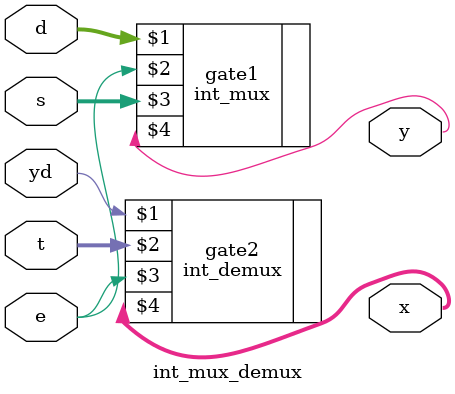
<source format=v>
`timescale 1ns / 1ps


module int_mux_demux(
    input[3:0]d,
    input e,
    input yd,
    input[1:0]s,t,
    output [3:0]x,
    output y);
  
    int_mux gate1(d,e,s,y);
    int_demux gate2(yd,t,e,x);

endmodule

</source>
